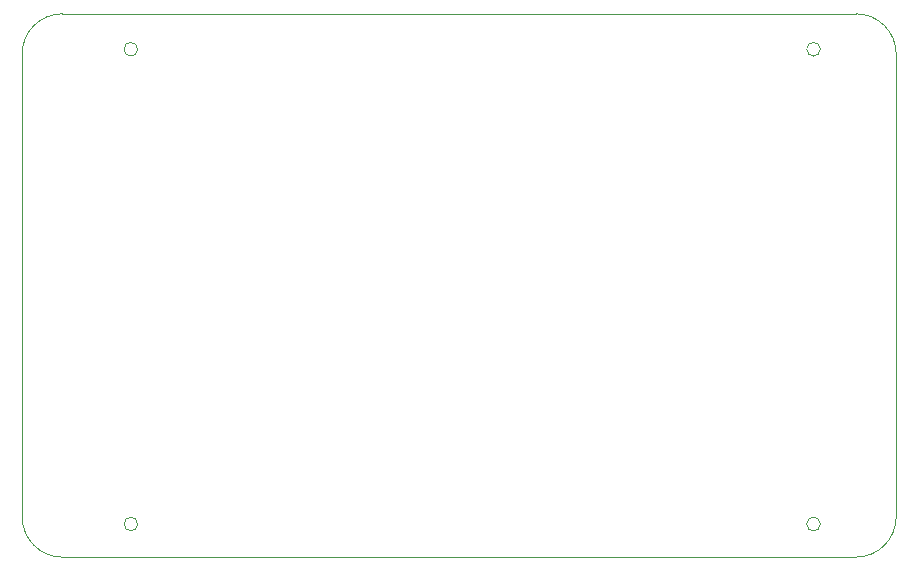
<source format=gbr>
%TF.GenerationSoftware,KiCad,Pcbnew,(5.1.9)-1*%
%TF.CreationDate,2021-06-02T07:50:45+02:00*%
%TF.ProjectId,MyReflowController,4d795265-666c-46f7-9743-6f6e74726f6c,rev?*%
%TF.SameCoordinates,Original*%
%TF.FileFunction,Profile,NP*%
%FSLAX46Y46*%
G04 Gerber Fmt 4.6, Leading zero omitted, Abs format (unit mm)*
G04 Created by KiCad (PCBNEW (5.1.9)-1) date 2021-06-02 07:50:45*
%MOMM*%
%LPD*%
G01*
G04 APERTURE LIST*
%TA.AperFunction,Profile*%
%ADD10C,0.050000*%
%TD*%
G04 APERTURE END LIST*
D10*
X97576000Y-68200000D02*
G75*
G03*
X97576000Y-68200000I-576000J0D01*
G01*
X39776000Y-68200000D02*
G75*
G03*
X39776000Y-68200000I-576000J0D01*
G01*
X97576000Y-28000000D02*
G75*
G03*
X97576000Y-28000000I-576000J0D01*
G01*
X39776000Y-28000000D02*
G75*
G03*
X39776000Y-28000000I-576000J0D01*
G01*
X100600000Y-25000000D02*
G75*
G02*
X104000000Y-28400000I0J-3400000D01*
G01*
X104000000Y-67600000D02*
G75*
G02*
X100600000Y-71000000I-3400000J0D01*
G01*
X33400000Y-71000000D02*
G75*
G02*
X30000000Y-67600000I0J3400000D01*
G01*
X30000000Y-28400000D02*
G75*
G02*
X33400000Y-25000000I3400000J0D01*
G01*
X100600000Y-25000000D02*
X48000000Y-25000000D01*
X104000000Y-67600000D02*
X104000000Y-28400000D01*
X33400000Y-71000000D02*
X100600000Y-71000000D01*
X30000000Y-28400000D02*
X30000000Y-67600000D01*
X48000000Y-25000000D02*
X33400000Y-25000000D01*
M02*

</source>
